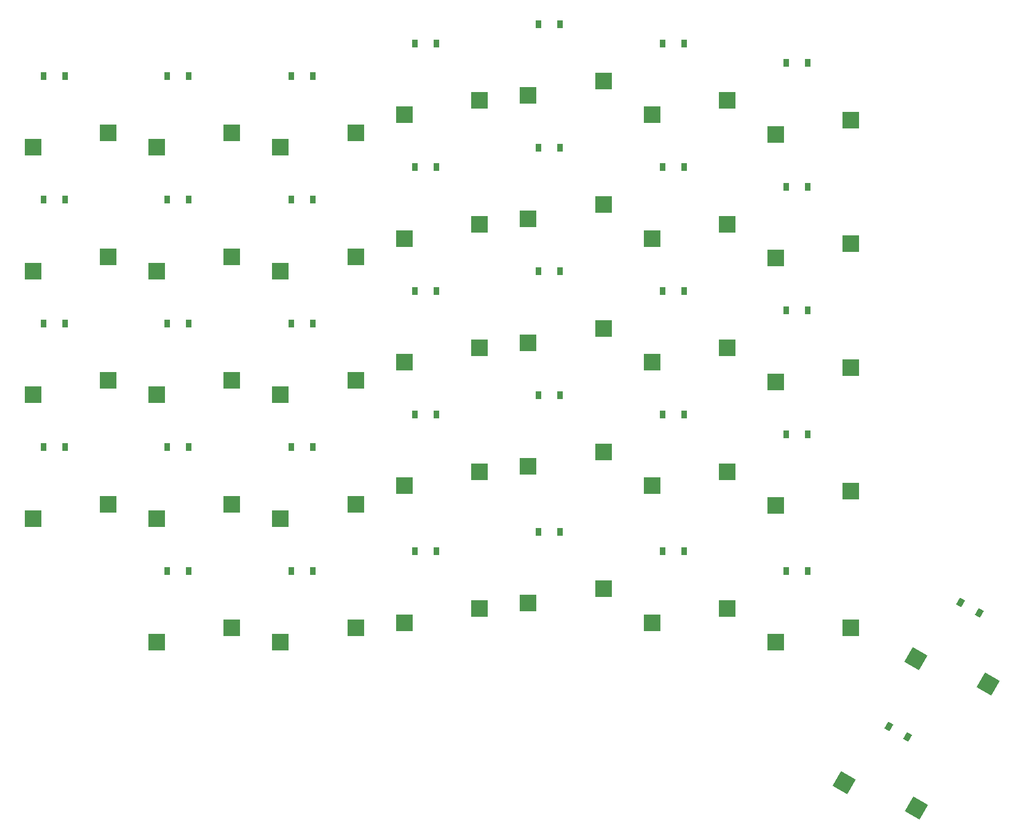
<source format=gbr>
%TF.GenerationSoftware,KiCad,Pcbnew,6.0.2*%
%TF.CreationDate,2022-02-19T14:05:47-05:00*%
%TF.ProjectId,jonkey-v1,6a6f6e6b-6579-42d7-9631-2e6b69636164,v1.0.0*%
%TF.SameCoordinates,Original*%
%TF.FileFunction,Paste,Top*%
%TF.FilePolarity,Positive*%
%FSLAX46Y46*%
G04 Gerber Fmt 4.6, Leading zero omitted, Abs format (unit mm)*
G04 Created by KiCad (PCBNEW 6.0.2) date 2022-02-19 14:05:47*
%MOMM*%
%LPD*%
G01*
G04 APERTURE LIST*
G04 Aperture macros list*
%AMRotRect*
0 Rectangle, with rotation*
0 The origin of the aperture is its center*
0 $1 length*
0 $2 width*
0 $3 Rotation angle, in degrees counterclockwise*
0 Add horizontal line*
21,1,$1,$2,0,0,$3*%
G04 Aperture macros list end*
%ADD10R,0.900000X1.200000*%
%ADD11R,2.600000X2.600000*%
%ADD12RotRect,0.900000X1.200000X330.000000*%
%ADD13RotRect,2.600000X2.600000X150.000000*%
G04 APERTURE END LIST*
D10*
%TO.C,D1*%
X63370000Y-100280000D03*
X66670000Y-100280000D03*
%TD*%
D11*
%TO.C,S1*%
X61745000Y-111230000D03*
X73295000Y-109030000D03*
%TD*%
D10*
%TO.C,D2*%
X63370000Y-81280000D03*
X66670000Y-81280000D03*
%TD*%
D11*
%TO.C,S2*%
X61745000Y-92230000D03*
X73295000Y-90030000D03*
%TD*%
D10*
%TO.C,D3*%
X63370000Y-62280000D03*
X66670000Y-62280000D03*
%TD*%
D11*
%TO.C,S3*%
X61745000Y-73230000D03*
X73295000Y-71030000D03*
%TD*%
D10*
%TO.C,D4*%
X63370000Y-43280000D03*
X66670000Y-43280000D03*
%TD*%
D11*
%TO.C,S4*%
X61745000Y-54230000D03*
X73295000Y-52030000D03*
%TD*%
D10*
%TO.C,D5*%
X82370000Y-100280000D03*
X85670000Y-100280000D03*
%TD*%
D11*
%TO.C,S5*%
X80745000Y-111230000D03*
X92295000Y-109030000D03*
%TD*%
D10*
%TO.C,D6*%
X82370000Y-81280000D03*
X85670000Y-81280000D03*
%TD*%
D11*
%TO.C,S6*%
X80745000Y-92230000D03*
X92295000Y-90030000D03*
%TD*%
D10*
%TO.C,D7*%
X82370000Y-62280000D03*
X85670000Y-62280000D03*
%TD*%
D11*
%TO.C,S7*%
X80745000Y-73230000D03*
X92295000Y-71030000D03*
%TD*%
D10*
%TO.C,D8*%
X82370000Y-43280000D03*
X85670000Y-43280000D03*
%TD*%
D11*
%TO.C,S8*%
X80745000Y-54230000D03*
X92295000Y-52030000D03*
%TD*%
D10*
%TO.C,D9*%
X101370000Y-100280000D03*
X104670000Y-100280000D03*
%TD*%
D11*
%TO.C,S9*%
X99745000Y-111230000D03*
X111295000Y-109030000D03*
%TD*%
D10*
%TO.C,D10*%
X101370000Y-81280000D03*
X104670000Y-81280000D03*
%TD*%
D11*
%TO.C,S10*%
X99745000Y-92230000D03*
X111295000Y-90030000D03*
%TD*%
D10*
%TO.C,D11*%
X101370000Y-62280000D03*
X104670000Y-62280000D03*
%TD*%
D11*
%TO.C,S11*%
X99745000Y-73230000D03*
X111295000Y-71030000D03*
%TD*%
D10*
%TO.C,D12*%
X101370000Y-43280000D03*
X104670000Y-43280000D03*
%TD*%
D11*
%TO.C,S12*%
X99745000Y-54230000D03*
X111295000Y-52030000D03*
%TD*%
D10*
%TO.C,D13*%
X120370000Y-95280000D03*
X123670000Y-95280000D03*
%TD*%
D11*
%TO.C,S13*%
X118745000Y-106230000D03*
X130295000Y-104030000D03*
%TD*%
D10*
%TO.C,D14*%
X120370000Y-76280000D03*
X123670000Y-76280000D03*
%TD*%
D11*
%TO.C,S14*%
X118745000Y-87230000D03*
X130295000Y-85030000D03*
%TD*%
D10*
%TO.C,D15*%
X120370000Y-57280000D03*
X123670000Y-57280000D03*
%TD*%
D11*
%TO.C,S15*%
X118745000Y-68230000D03*
X130295000Y-66030000D03*
%TD*%
D10*
%TO.C,D16*%
X120370000Y-38280000D03*
X123670000Y-38280000D03*
%TD*%
D11*
%TO.C,S16*%
X118745000Y-49230000D03*
X130295000Y-47030000D03*
%TD*%
D10*
%TO.C,D17*%
X139370000Y-92280000D03*
X142670000Y-92280000D03*
%TD*%
D11*
%TO.C,S17*%
X137745000Y-103230000D03*
X149295000Y-101030000D03*
%TD*%
D10*
%TO.C,D18*%
X139370000Y-73280000D03*
X142670000Y-73280000D03*
%TD*%
D11*
%TO.C,S18*%
X137745000Y-84230000D03*
X149295000Y-82030000D03*
%TD*%
D10*
%TO.C,D19*%
X139370000Y-54280000D03*
X142670000Y-54280000D03*
%TD*%
D11*
%TO.C,S19*%
X137745000Y-65230000D03*
X149295000Y-63030000D03*
%TD*%
D10*
%TO.C,D20*%
X139370000Y-35280000D03*
X142670000Y-35280000D03*
%TD*%
D11*
%TO.C,S20*%
X137745000Y-46230000D03*
X149295000Y-44030000D03*
%TD*%
D10*
%TO.C,D21*%
X158370000Y-95280000D03*
X161670000Y-95280000D03*
%TD*%
D11*
%TO.C,S21*%
X156745000Y-106230000D03*
X168295000Y-104030000D03*
%TD*%
D10*
%TO.C,D22*%
X158370000Y-76280000D03*
X161670000Y-76280000D03*
%TD*%
D11*
%TO.C,S22*%
X156745000Y-87230000D03*
X168295000Y-85030000D03*
%TD*%
D10*
%TO.C,D23*%
X158370000Y-57280000D03*
X161670000Y-57280000D03*
%TD*%
D11*
%TO.C,S23*%
X156745000Y-68230000D03*
X168295000Y-66030000D03*
%TD*%
D10*
%TO.C,D24*%
X158370000Y-38280000D03*
X161670000Y-38280000D03*
%TD*%
D11*
%TO.C,S24*%
X156745000Y-49230000D03*
X168295000Y-47030000D03*
%TD*%
D10*
%TO.C,D25*%
X177370000Y-98280000D03*
X180670000Y-98280000D03*
%TD*%
D11*
%TO.C,S25*%
X175745000Y-109230000D03*
X187295000Y-107030000D03*
%TD*%
D10*
%TO.C,D26*%
X177370000Y-79280000D03*
X180670000Y-79280000D03*
%TD*%
D11*
%TO.C,S26*%
X175745000Y-90230000D03*
X187295000Y-88030000D03*
%TD*%
D10*
%TO.C,D27*%
X177370000Y-60280000D03*
X180670000Y-60280000D03*
%TD*%
D11*
%TO.C,S27*%
X175745000Y-71230000D03*
X187295000Y-69030000D03*
%TD*%
D10*
%TO.C,D28*%
X177370000Y-41280000D03*
X180670000Y-41280000D03*
%TD*%
D11*
%TO.C,S28*%
X175745000Y-52230000D03*
X187295000Y-50030000D03*
%TD*%
D10*
%TO.C,D29*%
X158370000Y-116280000D03*
X161670000Y-116280000D03*
%TD*%
D11*
%TO.C,S29*%
X156745000Y-127230000D03*
X168295000Y-125030000D03*
%TD*%
D10*
%TO.C,D30*%
X177370000Y-119280000D03*
X180670000Y-119280000D03*
%TD*%
D11*
%TO.C,S30*%
X175745000Y-130230000D03*
X187295000Y-128030000D03*
%TD*%
D12*
%TO.C,D31*%
X204091058Y-124124873D03*
X206948942Y-125774873D03*
%TD*%
D13*
%TO.C,S31*%
X197208767Y-132795351D03*
X208311360Y-136665095D03*
%TD*%
D12*
%TO.C,D32*%
X193091058Y-143177432D03*
X195948942Y-144827432D03*
%TD*%
D13*
%TO.C,S32*%
X186208767Y-151847910D03*
X197311360Y-155717654D03*
%TD*%
D10*
%TO.C,D33*%
X82370000Y-119280000D03*
X85670000Y-119280000D03*
%TD*%
D11*
%TO.C,S33*%
X80745000Y-130230000D03*
X92295000Y-128030000D03*
%TD*%
D10*
%TO.C,D34*%
X101370000Y-119280000D03*
X104670000Y-119280000D03*
%TD*%
D11*
%TO.C,S34*%
X99745000Y-130230000D03*
X111295000Y-128030000D03*
%TD*%
D10*
%TO.C,D35*%
X120370000Y-116280000D03*
X123670000Y-116280000D03*
%TD*%
D11*
%TO.C,S35*%
X118745000Y-127230000D03*
X130295000Y-125030000D03*
%TD*%
D10*
%TO.C,D36*%
X139370000Y-113280000D03*
X142670000Y-113280000D03*
%TD*%
D11*
%TO.C,S36*%
X137745000Y-124230000D03*
X149295000Y-122030000D03*
%TD*%
M02*

</source>
